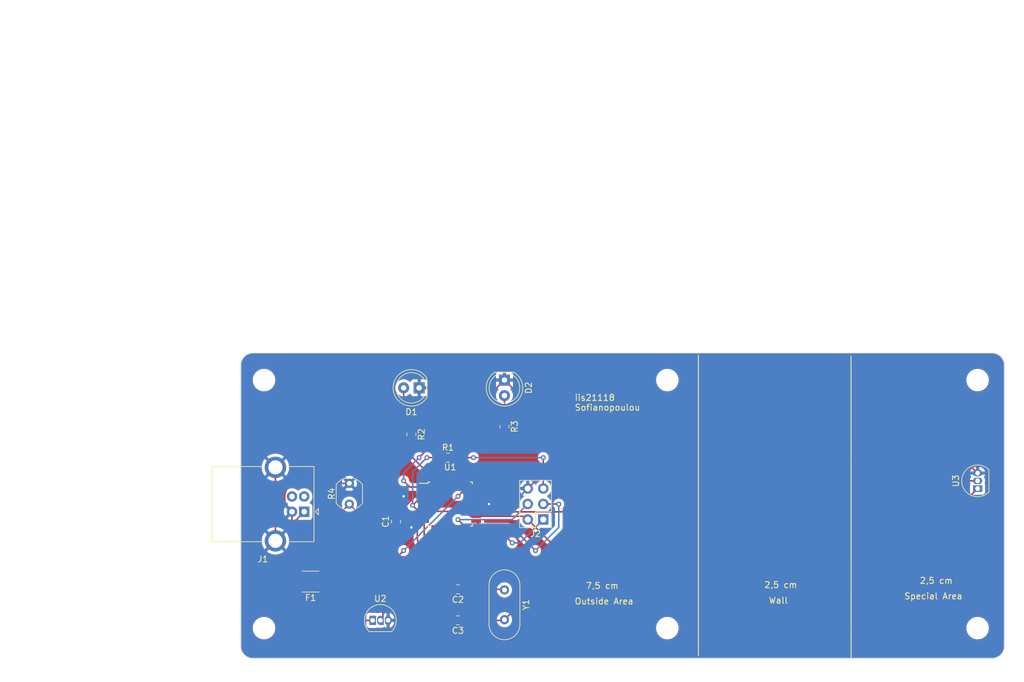
<source format=kicad_pcb>
(kicad_pcb (version 20221018) (generator pcbnew)
  (layers (0 "F.Cu" signal) (31 "B.Cu" signal) (34 "B.Paste" user) (35 "F.Paste" user) (36 "B.SilkS" user "B.Silkscreen") (37 "F.SilkS" user "F.Silkscreen") (38 "B.Mask" user) (39 "F.Mask" user) (44 "Edge.Cuts" user))
  (net 0 "")
  (net 1 "VCC")
  (net 2 "GND")
  (net 3 "Net-(U1-XTAL1{slash}PB6)")
  (net 4 "Net-(U1-XTAL2{slash}PB7)")
  (net 5 "Net-(D1-A)")
  (net 6 "Net-(D2-A)")
  (net 7 "Net-(J1-VBUS)")
  (net 10 "Net-(J2-Pin_1)")
  (net 11 "Net-(J2-Pin_3)")
  (net 12 "Net-(J2-Pin_4)")
  (net 13 "/RESET")
  (net 14 "Net-(U1-PD2)")
  (net 15 "Net-(U1-PD3)")
  (net 26 "Net-(U1-PC0)")
  (net 27 "Net-(U1-PC1)")
  (footprint "Fiducial:Fiducial_1mm_Mask2mm" (layer "F.Cu") (at 114.3 66.04)
    (fp_text reference "FID1" hide)
    (fp_text value "Fiducial")
    (pad "" smd circle (at 0 0) (size 1 1) (layers "F.Cu" "F.Mask") (clearance 0.5))
  )
  (footprint "MountingHole:MountingHole_3.2mm_M3" (layer "F.Cu") (at 175.26 68.58)
    (fp_text reference "H3" hide)
    (fp_text value "MountingHole")
    (pad "" np_thru_hole circle (at 0 0) (size 3.2 3.2) (drill 3.2) (layers "*.Cu" "*.Mask"))
  )
  (footprint "Fiducial:Fiducial_1mm_Mask2mm" (layer "F.Cu") (at 114.3 111.76)
    (fp_text reference "FID2" hide)
    (fp_text value "Fiducial")
    (pad "" smd circle (at 0 0) (size 1 1) (layers "F.Cu" "F.Mask") (clearance 0.5))
  )
  (footprint "LED_THT:LED_D5.0mm" (layer "F.Cu") (at 148.59 68.58 -90)
    (fp_text reference "D2" (at 1.27 -3.96 90) (layer "F.SilkS"))
    (fp_text value "GREEN")
    (fp_line (start -1.29 -1.545) (end -1.29 1.545) (stroke (width 0.12)) (layer "F.SilkS"))
    (fp_arc (start -1.29 -1.54483) (mid 2.072002 -2.880433) (end 4.26 0.000462) (stroke (width 0.12)) (layer "F.SilkS"))
    (fp_arc (start 4.26 -0.000462) (mid 2.072002 2.880433) (end -1.29 1.54483) (stroke (width 0.12)) (layer "F.SilkS"))
    (fp_circle (center 1.27 0) (end 3.77 0) (stroke (width 0.12)) (fill none) (layer "F.SilkS"))
    (pad "1" thru_hole rect (at 0 0 270) (size 1.8 1.8) (drill 0.9) (layers "*.Cu" "*.Mask") (net 2 "GND"))
    (pad "2" thru_hole circle (at 2.54 0 270) (size 1.8 1.8) (drill 0.9) (layers "*.Cu" "*.Mask") (net 6 "Net-(D2-A)"))
  )
  (footprint "MountingHole:MountingHole_3.2mm_M3" (layer "F.Cu") (at 226.06 68.58)
    (fp_text reference "H5" hide)
    (fp_text value "MountingHole")
    (pad "" np_thru_hole circle (at 0 0) (size 3.2 3.2) (drill 3.2) (layers "*.Cu" "*.Mask"))
  )
  (footprint "MountingHole:MountingHole_3.2mm_M3" (layer "F.Cu") (at 226.06 109.22)
    (fp_text reference "H6" hide)
    (fp_text value "MountingHole")
    (pad "" np_thru_hole circle (at 0 0) (size 3.2 3.2) (drill 3.2) (layers "*.Cu" "*.Mask"))
  )
  (footprint "Capacitor_SMD:C_0805_2012Metric" (layer "F.Cu") (at 140.97 107.95 180)
    (fp_text reference "C3" (at 0 -1.68) (layer "F.SilkS"))
    (fp_text value "22pF")
    (fp_line (start -0.261252 -0.735) (end 0.261252 -0.735) (stroke (width 0.12)) (layer "F.SilkS"))
    (fp_line (start -0.261252 0.735) (end 0.261252 0.735) (stroke (width 0.12)) (layer "F.SilkS"))
    (pad "1" smd roundrect (at -0.95 0 180) (size 1 1.45) (layers "F.Cu" "F.Paste" "F.Mask") (net 4 "Net-(U1-XTAL2{slash}PB7)"))
    (pad "2" smd roundrect (at 0.95 0 180) (size 1 1.45) (layers "F.Cu" "F.Paste" "F.Mask") (net 2 "GND"))
  )
  (footprint "Fiducial:Fiducial_1mm_Mask2mm" (layer "F.Cu") (at 170.18 111.76)
    (fp_text reference "FID4" hide)
    (fp_text value "Fiducial")
    (pad "" smd circle (at 0 0) (size 1 1) (layers "F.Cu" "F.Mask") (clearance 0.5))
  )
  (footprint "Package_TO_SOT_THT:TO-92_Inline" (layer "F.Cu") (at 226.06 86.36 90)
    (fp_text reference "U3" (at 1.27 -3.56 90) (layer "F.SilkS"))
    (fp_text value "TSIC306-TO92")
    (fp_line (start -0.53 1.85) (end 3.07 1.85) (stroke (width 0.12)) (layer "F.SilkS"))
    (fp_arc (start -0.568478 1.838478) (mid -1.132087 -0.994977) (end 1.27 -2.6) (stroke (width 0.12)) (layer "F.SilkS"))
    (fp_arc (start 1.27 -2.6) (mid 3.672087 -0.994977) (end 3.108478 1.838478) (stroke (width 0.12)) (layer "F.SilkS"))
    (pad "1" thru_hole rect (at 0 0 90) (size 1.05 1.5) (drill 0.75) (layers "*.Cu" "*.Mask") (net 1 "VCC"))
    (pad "2" thru_hole oval (at 1.27 0 90) (size 1.05 1.5) (drill 0.75) (layers "*.Cu" "*.Mask") (net 27 "Net-(U1-PC1)"))
    (pad "3" thru_hole oval (at 2.54 0 90) (size 1.05 1.5) (drill 0.75) (layers "*.Cu" "*.Mask") (net 2 "GND"))
  )
  (footprint "Connector_USB:USB_B_OST_USB-B1HSxx_Horizontal" (layer "F.Cu") (at 115.7975 90.15 180)
    (fp_text reference "J1" (at 6.76 -7.77) (layer "F.SilkS"))
    (fp_text value "USB_B")
    (fp_line (start -2.32 -0.5) (end -2.32 0.5) (stroke (width 0.12)) (layer "F.SilkS"))
    (fp_line (start -2.32 0.5) (end -1.82 0) (stroke (width 0.12)) (layer "F.SilkS"))
    (fp_line (start -1.82 0) (end -2.32 -0.5) (stroke (width 0.12)) (layer "F.SilkS"))
    (fp_line (start -1.6 -4.91) (end -1.6 7.41) (stroke (width 0.12)) (layer "F.SilkS"))
    (fp_line (start -1.6 7.41) (end 2.66 7.41) (stroke (width 0.12)) (layer "F.SilkS"))
    (fp_line (start 2.66 -4.91) (end -1.6 -4.91) (stroke (width 0.12)) (layer "F.SilkS"))
    (fp_line (start 6.76 -4.91) (end 15.12 -4.91) (stroke (width 0.12)) (layer "F.SilkS"))
    (fp_line (start 15.12 -4.91) (end 15.12 7.41) (stroke (width 0.12)) (layer "F.SilkS"))
    (fp_line (start 15.12 7.41) (end 6.76 7.41) (stroke (width 0.12)) (layer "F.SilkS"))
    (pad "1" thru_hole rect (at 0 0 180) (size 1.7 1.7) (drill 0.92) (layers "*.Cu" "*.Mask") (net 7 "Net-(J1-VBUS)"))
    (pad "2" thru_hole circle (at 0 2.5 180) (size 1.7 1.7) (drill 0.92) (layers "*.Cu" "*.Mask"))
    (pad "3" thru_hole circle (at 2 2.5 180) (size 1.7 1.7) (drill 0.92) (layers "*.Cu" "*.Mask"))
    (pad "4" thru_hole circle (at 2 0 180) (size 1.7 1.7) (drill 0.92) (layers "*.Cu" "*.Mask") (net 2 "GND"))
    (pad "5" thru_hole circle (at 4.71 -4.77 180) (size 3.5 3.5) (drill 2.33) (layers "*.Cu" "*.Mask") (net 2 "GND"))
    (pad "5" thru_hole circle (at 4.71 7.27 180) (size 3.5 3.5) (drill 2.33) (layers "*.Cu" "*.Mask") (net 2 "GND"))
  )
  (footprint "Capacitor_SMD:C_0805_2012Metric" (layer "F.Cu") (at 140.97 102.87 180)
    (fp_text reference "C2" (at 0 -1.68) (layer "F.SilkS"))
    (fp_text value "22pF")
    (fp_line (start -0.261252 -0.735) (end 0.261252 -0.735) (stroke (width 0.12)) (layer "F.SilkS"))
    (fp_line (start -0.261252 0.735) (end 0.261252 0.735) (stroke (width 0.12)) (layer "F.SilkS"))
    (pad "1" smd roundrect (at -0.95 0 180) (size 1 1.45) (layers "F.Cu" "F.Paste" "F.Mask") (net 3 "Net-(U1-XTAL1{slash}PB6)"))
    (pad "2" smd roundrect (at 0.95 0 180) (size 1 1.45) (layers "F.Cu" "F.Paste" "F.Mask") (net 2 "GND"))
  )
  (footprint "Resistor_SMD:R_0805_2012Metric" (layer "F.Cu") (at 133.35 77.47 -90)
    (fp_text reference "R2" (at 0 -1.65 90) (layer "F.SilkS"))
    (fp_text value "150R")
    (fp_line (start -0.227064 -0.735) (end 0.227064 -0.735) (stroke (width 0.12)) (layer "F.SilkS"))
    (fp_line (start -0.227064 0.735) (end 0.227064 0.735) (stroke (width 0.12)) (layer "F.SilkS"))
    (pad "1" smd roundrect (at -0.9125 0 270) (size 1.025 1.4) (layers "F.Cu" "F.Paste" "F.Mask") (roundrect_rratio 0.243902) (net 5 "Net-(D1-A)"))
    (pad "2" smd roundrect (at 0.9125 0 270) (size 1.025 1.4) (layers "F.Cu" "F.Paste" "F.Mask") (roundrect_rratio 0.243902) (net 14 "Net-(U1-PD2)"))
  )
  (footprint "LED_THT:LED_D5.0mm" (layer "F.Cu") (at 134.62 69.85 180)
    (fp_text reference "D1" (at 1.27 -3.96) (layer "F.SilkS"))
    (fp_text value "RED")
    (fp_line (start -1.29 -1.545) (end -1.29 1.545) (stroke (width 0.12)) (layer "F.SilkS"))
    (fp_arc (start -1.29 -1.54483) (mid 2.072002 -2.880433) (end 4.26 0.000462) (stroke (width 0.12)) (layer "F.SilkS"))
    (fp_arc (start 4.26 -0.000462) (mid 2.072002 2.880433) (end -1.29 1.54483) (stroke (width 0.12)) (layer "F.SilkS"))
    (fp_circle (center 1.27 0) (end 3.77 0) (stroke (width 0.12)) (fill none) (layer "F.SilkS"))
    (pad "1" thru_hole rect (at 0 0 180) (size 1.8 1.8) (drill 0.9) (layers "*.Cu" "*.Mask") (net 2 "GND"))
    (pad "2" thru_hole circle (at 2.54 0 180) (size 1.8 1.8) (drill 0.9) (layers "*.Cu" "*.Mask") (net 5 "Net-(D1-A)"))
  )
  (footprint "MountingHole:MountingHole_3.2mm_M3" (layer "F.Cu") (at 109.22 109.22)
    (fp_text reference "H2" hide)
    (fp_text value "MountingHole")
    (pad "" np_thru_hole circle (at 0 0) (size 3.2 3.2) (drill 3.2) (layers "*.Cu" "*.Mask"))
  )
  (footprint "Package_QFP:TQFP-32_7x7mm_P0.8mm" (layer "F.Cu") (at 139.7 88.9)
    (fp_text reference "U1" (at 0 -6.05) (layer "F.SilkS"))
    (fp_text value "ATmega328-A")
    (fp_line (start -3.625 -3.625) (end -3.625 -3.4) (stroke (width 0.15)) (layer "F.SilkS"))
    (fp_line (start -3.625 -3.625) (end -3.3 -3.625) (stroke (width 0.15)) (layer "F.SilkS"))
    (fp_line (start -3.625 -3.4) (end -5.05 -3.4) (stroke (width 0.15)) (layer "F.SilkS"))
    (fp_line (start -3.625 3.625) (end -3.625 3.3) (stroke (width 0.15)) (layer "F.SilkS"))
    (fp_line (start -3.625 3.625) (end -3.3 3.625) (stroke (width 0.15)) (layer "F.SilkS"))
    (fp_line (start 3.625 -3.625) (end 3.3 -3.625) (stroke (width 0.15)) (layer "F.SilkS"))
    (fp_line (start 3.625 -3.625) (end 3.625 -3.3) (stroke (width 0.15)) (layer "F.SilkS"))
    (fp_line (start 3.625 3.625) (end 3.3 3.625) (stroke (width 0.15)) (layer "F.SilkS"))
    (fp_line (start 3.625 3.625) (end 3.625 3.3) (stroke (width 0.15)) (layer "F.SilkS"))
    (pad "1" smd rect (at -4.25 -2.8) (size 1.6 0.55) (layers "F.Cu" "F.Paste" "F.Mask") (net 15 "Net-(U1-PD3)"))
    (pad "2" smd rect (at -4.25 -2) (size 1.6 0.55) (layers "F.Cu" "F.Paste" "F.Mask"))
    (pad "3" smd rect (at -4.25 -1.2) (size 1.6 0.55) (layers "F.Cu" "F.Paste" "F.Mask") (net 2 "GND"))
    (pad "4" smd rect (at -4.25 -0.4) (size 1.6 0.55) (layers "F.Cu" "F.Paste" "F.Mask") (net 1 "VCC"))
    (pad "5" smd rect (at -4.25 0.4) (size 1.6 0.55) (layers "F.Cu" "F.Paste" "F.Mask") (net 2 "GND"))
    (pad "6" smd rect (at -4.25 1.2) (size 1.6 0.55) (layers "F.Cu" "F.Paste" "F.Mask") (net 1 "VCC"))
    (pad "7" smd rect (at -4.25 2) (size 1.6 0.55) (layers "F.Cu" "F.Paste" "F.Mask") (net 3 "Net-(U1-XTAL1{slash}PB6)"))
    (pad "8" smd rect (at -4.25 2.8) (size 1.6 0.55) (layers "F.Cu" "F.Paste" "F.Mask") (net 4 "Net-(U1-XTAL2{slash}PB7)"))
    (pad "9" smd rect (at -2.8 4.25 90) (size 1.6 0.55) (layers "F.Cu" "F.Paste" "F.Mask"))
    (pad "10" smd rect (at -2 4.25 90) (size 1.6 0.55) (layers "F.Cu" "F.Paste" "F.Mask"))
    (pad "11" smd rect (at -1.2 4.25 90) (size 1.6 0.55) (layers "F.Cu" "F.Paste" "F.Mask"))
    (pad "12" smd rect (at -0.4 4.25 90) (size 1.6 0.55) (layers "F.Cu" "F.Paste" "F.Mask"))
    (pad "13" smd rect (at 0.4 4.25 90) (size 1.6 0.55) (layers "F.Cu" "F.Paste" "F.Mask"))
    (pad "14" smd rect (at 1.2 4.25 90) (size 1.6 0.55) (layers "F.Cu" "F.Paste" "F.Mask"))
    (pad "15" smd rect (at 2 4.25 90) (size 1.6 0.55) (layers "F.Cu" "F.Paste" "F.Mask") (net 12 "Net-(J2-Pin_4)"))
    (pad "16" smd rect (at 2.8 4.25 90) (size 1.6 0.55) (layers "F.Cu" "F.Paste" "F.Mask") (net 10 "Net-(J2-Pin_1)"))
    (pad "17" smd rect (at 4.25 2.8) (size 1.6 0.55) (layers "F.Cu" "F.Paste" "F.Mask") (net 11 "Net-(J2-Pin_3)"))
    (pad "18" smd rect (at 4.25 2) (size 1.6 0.55) (layers "F.Cu" "F.Paste" "F.Mask") (net 1 "VCC"))
    (pad "19" smd rect (at 4.25 1.2) (size 1.6 0.55) (layers "F.Cu" "F.Paste" "F.Mask"))
    (pad "20" smd rect (at 4.25 0.4) (size 1.6 0.55) (layers "F.Cu" "F.Paste" "F.Mask"))
    (pad "21" smd rect (at 4.25 -0.4) (size 1.6 0.55) (layers "F.Cu" "F.Paste" "F.Mask") (net 2 "GND"))
    (pad "22" smd rect (at 4.25 -1.2) (size 1.6 0.55) (layers "F.Cu" "F.Paste" "F.Mask"))
    (pad "23" smd rect (at 4.25 -2) (size 1.6 0.55) (layers "F.Cu" "F.Paste" "F.Mask") (net 26 "Net-(U1-PC0)"))
    (pad "24" smd rect (at 4.25 -2.8) (size 1.6 0.55) (layers "F.Cu" "F.Paste" "F.Mask") (net 27 "Net-(U1-PC1)"))
    (pad "25" smd rect (at 2.8 -4.25 90) (size 1.6 0.55) (layers "F.Cu" "F.Paste" "F.Mask"))
    (pad "26" smd rect (at 2 -4.25 90) (size 1.6 0.55) (layers "F.Cu" "F.Paste" "F.Mask"))
    (pad "27" smd rect (at 1.2 -4.25 90) (size 1.6 0.55) (layers "F.Cu" "F.Paste" "F.Mask"))
    (pad "28" smd rect (at 0.4 -4.25 90) (size 1.6 0.55) (layers "F.Cu" "F.Paste" "F.Mask"))
    (pad "29" smd rect (at -0.4 -4.25 90) (size 1.6 0.55) (layers "F.Cu" "F.Paste" "F.Mask") (net 13 "/RESET"))
    (pad "30" smd rect (at -1.2 -4.25 90) (size 1.6 0.55) (layers "F.Cu" "F.Paste" "F.Mask"))
    (pad "31" smd rect (at -2 -4.25 90) (size 1.6 0.55) (layers "F.Cu" "F.Paste" "F.Mask"))
    (pad "32" smd rect (at -2.8 -4.25 90) (size 1.6 0.55) (layers "F.Cu" "F.Paste" "F.Mask") (net 14 "Net-(U1-PD2)"))
  )
  (footprint "Package_TO_SOT_THT:TO-92_Inline" (layer "F.Cu") (at 127 107.95)
    (fp_text reference "U2" (at 1.27 -3.56) (layer "F.SilkS"))
    (fp_text value "TSIC306-TO92")
    (fp_line (start -0.53 1.85) (end 3.07 1.85) (stroke (width 0.12)) (layer "F.SilkS"))
    (fp_arc (start -0.568478 1.838478) (mid -1.132087 -0.994977) (end 1.27 -2.6) (stroke (width 0.12)) (layer "F.SilkS"))
    (fp_arc (start 1.27 -2.6) (mid 3.672087 -0.994977) (end 3.108478 1.838478) (stroke (width 0.12)) (layer "F.SilkS"))
    (pad "1" thru_hole rect (at 0 0) (size 1.05 1.5) (drill 0.75) (layers "*.Cu" "*.Mask") (net 1 "VCC"))
    (pad "2" thru_hole oval (at 1.27 0) (size 1.05 1.5) (drill 0.75) (layers "*.Cu" "*.Mask") (net 26 "Net-(U1-PC0)"))
    (pad "3" thru_hole oval (at 2.54 0) (size 1.05 1.5) (drill 0.75) (layers "*.Cu" "*.Mask") (net 2 "GND"))
  )
  (footprint "Fiducial:Fiducial_1mm_Mask2mm" (layer "F.Cu") (at 170.18 66.04)
    (fp_text reference "FID3" hide)
    (fp_text value "Fiducial")
    (pad "" smd circle (at 0 0) (size 1 1) (layers "F.Cu" "F.Mask") (clearance 0.5))
  )
  (footprint "Resistor_SMD:R_0805_2012Metric" (layer "F.Cu") (at 148.59 76.2 -90)
    (fp_text reference "R3" (at 0 -1.65 90) (layer "F.SilkS"))
    (fp_text value "150R")
    (fp_line (start -0.227064 -0.735) (end 0.227064 -0.735) (stroke (width 0.12)) (layer "F.SilkS"))
    (fp_line (start -0.227064 0.735) (end 0.227064 0.735) (stroke (width 0.12)) (layer "F.SilkS"))
    (pad "1" smd roundrect (at -0.9125 0 270) (size 1.025 1.4) (layers "F.Cu" "F.Paste" "F.Mask") (roundrect_rratio 0.243902) (net 6 "Net-(D2-A)"))
    (pad "2" smd roundrect (at 0.9125 0 270) (size 1.025 1.4) (layers "F.Cu" "F.Paste" "F.Mask") (roundrect_rratio 0.243902) (net 15 "Net-(U1-PD3)"))
  )
  (footprint "Fuse:Fuse_1812_4532Metric" (layer "F.Cu") (at 116.84 101.6 180)
    (fp_text reference "F1" (at 0 -2.65) (layer "F.SilkS"))
    (fp_text value "Fuse")
    (fp_line (start -1.386252 -1.71) (end 1.386252 -1.71) (stroke (width 0.12)) (layer "F.SilkS"))
    (fp_line (start -1.386252 1.71) (end 1.386252 1.71) (stroke (width 0.12)) (layer "F.SilkS"))
    (pad "1" smd roundrect (at -2.1375 0 180) (size 1.125 3.4) (layers "F.Cu" "F.Paste" "F.Mask") (roundrect_rratio 0.222222) (net 1 "VCC"))
    (pad "2" smd roundrect (at 2.1375 0 180) (size 1.125 3.4) (layers "F.Cu" "F.Paste" "F.Mask") (roundrect_rratio 0.222222) (net 7 "Net-(J1-VBUS)"))
  )
  (footprint "Connector_PinHeader_2.54mm:PinHeader_2x03_P2.54mm_Vertical" (layer "F.Cu") (at 154.945 91.425 180)
    (fp_text reference "J2" (at 1.27 -2.33) (layer "F.SilkS"))
    (fp_text value "Conn_02x03_Odd_Even")
    (fp_line (start -1.33 -1.33) (end 0 -1.33) (stroke (width 0.12)) (layer "F.SilkS"))
    (fp_line (start -1.33 0) (end -1.33 -1.33) (stroke (width 0.12)) (layer "F.SilkS"))
    (fp_line (start -1.33 1.27) (end -1.33 6.41) (stroke (width 0.12)) (layer "F.SilkS"))
    (fp_line (start -1.33 1.27) (end 1.27 1.27) (stroke (width 0.12)) (layer "F.SilkS"))
    (fp_line (start -1.33 6.41) (end 3.87 6.41) (stroke (width 0.12)) (layer "F.SilkS"))
    (fp_line (start 1.27 -1.33) (end 3.87 -1.33) (stroke (width 0.12)) (layer "F.SilkS"))
    (fp_line (start 1.27 1.27) (end 1.27 -1.33) (stroke (width 0.12)) (layer "F.SilkS"))
    (fp_line (start 3.87 -1.33) (end 3.87 6.41) (stroke (width 0.12)) (layer "F.SilkS"))
    (pad "1" thru_hole rect (at 0 0 180) (size 1.7 1.7) (drill 1) (layers "*.Cu" "*.Mask") (net 10 "Net-(J2-Pin_1)"))
    (pad "2" thru_hole oval (at 2.54 0 180) (size 1.7 1.7) (drill 1) (layers "*.Cu" "*.Mask") (net 1 "VCC"))
    (pad "3" thru_hole oval (at 0 2.54 180) (size 1.7 1.7) (drill 1) (layers "*.Cu" "*.Mask") (net 11 "Net-(J2-Pin_3)"))
    (pad "4" thru_hole oval (at 2.54 2.54 180) (size 1.7 1.7) (drill 1) (layers "*.Cu" "*.Mask") (net 12 "Net-(J2-Pin_4)"))
    (pad "5" thru_hole oval (at 0 5.08 180) (size 1.7 1.7) (drill 1) (layers "*.Cu" "*.Mask") (net 13 "/RESET"))
    (pad "6" thru_hole oval (at 2.54 5.08 180) (size 1.7 1.7) (drill 1) (layers "*.Cu" "*.Mask") (net 2 "GND"))
  )
  (footprint "MountingHole:MountingHole_3.2mm_M3" (layer "F.Cu") (at 175.26 109.22)
    (fp_text reference "H4" hide)
    (fp_text value "MountingHole")
    (pad "" np_thru_hole circle (at 0 0) (size 3.2 3.2) (drill 3.2) (layers "*.Cu" "*.Mask"))
  )
  (footprint "MountingHole:MountingHole_3.2mm_M3" (layer "F.Cu") (at 109.22 68.58)
    (fp_text reference "H1" hide)
    (fp_text value "MountingHole" hide)
    (pad "" np_thru_hole circle (at 0 0) (size 3.2 3.2) (drill 3.2) (layers "*.Cu" "*.Mask"))
  )
  (footprint "Resistor_SMD:R_0805_2012Metric" (layer "F.Cu") (at 139.3425 81.28)
    (fp_text reference "R1" (at 0 -1.65) (layer "F.SilkS"))
    (fp_text value "10K")
    (fp_line (start -0.227064 -0.735) (end 0.227064 -0.735) (stroke (width 0.12)) (layer "F.SilkS"))
    (fp_line (start -0.227064 0.735) (end 0.227064 0.735) (stroke (width 0.12)) (layer "F.SilkS"))
    (pad "1" smd roundrect (at -0.9125 0) (size 1.025 1.4) (layers "F.Cu" "F.Paste" "F.Mask") (roundrect_rratio 0.243902) (net 1 "VCC"))
    (pad "2" smd roundrect (at 0.9125 0) (size 1.025 1.4) (layers "F.Cu" "F.Paste" "F.Mask") (roundrect_rratio 0.243902) (net 13 "/RESET"))
  )
  (footprint "Crystal:Crystal_HC49-4H_Vertical" (layer "F.Cu") (at 148.59 102.96 -90)
    (fp_text reference "Y1" (at 2.44 -3.525 90) (layer "F.SilkS"))
    (fp_text value "16mhZ")
    (fp_line (start -0.76 -2.525) (end 5.64 -2.525) (stroke (width 0.12)) (layer "F.SilkS"))
    (fp_line (start -0.76 2.525) (end 5.64 2.525) (stroke (width 0.12)) (layer "F.SilkS"))
    (fp_arc (start -0.76 2.525) (mid -3.285 0) (end -0.76 -2.525) (stroke (width 0.12)) (layer "F.SilkS"))
    (fp_arc (start 5.64 -2.525) (mid 8.165 0) (end 5.64 2.525) (stroke (width 0.12)) (layer "F.SilkS"))
    (pad "1" thru_hole circle (at 0 0 270) (size 1.5 1.5) (drill 0.8) (layers "*.Cu" "*.Mask") (net 3 "Net-(U1-XTAL1{slash}PB6)"))
    (pad "2" thru_hole circle (at 4.88 0 270) (size 1.5 1.5) (drill 0.8) (layers "*.Cu" "*.Mask") (net 4 "Net-(U1-XTAL2{slash}PB7)"))
  )
  (footprint "Capacitor_SMD:C_0805_2012Metric" (layer "F.Cu") (at 130.81 91.76 90)
    (fp_text reference "C1" (at 0 -1.68 90) (layer "F.SilkS"))
    (fp_text value "100nF")
    (fp_line (start -0.261252 -0.735) (end 0.261252 -0.735) (stroke (width 0.12)) (layer "F.SilkS"))
    (fp_line (start -0.261252 0.735) (end 0.261252 0.735) (stroke (width 0.12)) (layer "F.SilkS"))
    (pad "1" smd roundrect (at -0.95 0 90) (size 1 1.45) (layers "F.Cu" "F.Paste" "F.Mask") (net 1 "VCC"))
    (pad "2" smd roundrect (at 0.95 0 90) (size 1 1.45) (layers "F.Cu" "F.Paste" "F.Mask") (net 2 "GND"))
  )
  (footprint "Fiducial:Fiducial_1mm_Mask2mm" (layer "F.Cu") (at 220.98 111.76)
    (fp_text reference "FID6" hide)
    (fp_text value "Fiducial")
    (pad "" smd circle (at 0 0) (size 1 1) (layers "F.Cu" "F.Mask") (clearance 0.5))
  )
  (footprint "OptoDevice:R_LDR_5.1x4.3mm_P3.4mm_Vertical" (layer "F.Cu") (at 123.19 88.9 90)
    (fp_text reference "R4" (at 1.7 -2.9 90) (layer "F.SilkS"))
    (fp_text value "R_Photo")
    (fp_line (start 0.15 -2.15) (end 3.2 -2.15) (stroke (width 0.12)) (layer "F.SilkS"))
    (fp_line (start 0.15 2.15) (end 3.2 2.15) (stroke (width 0.12)) (layer "F.SilkS"))
    (fp_arc (start 0.15 2.15) (mid -0.950438 -0.013368) (end 0.171766 -2.165525) (stroke (width 0.12)) (layer "F.SilkS"))
    (fp_arc (start 3.2 -2.15) (mid 4.321403 -0.027338) (end 3.244513 2.118249) (stroke (width 0.12)) (layer "F.SilkS"))
    (pad "1" thru_hole circle (at 0 0 90) (size 1.5 1.5) (drill 0.8) (layers "*.Cu" "*.Mask") (net 1 "VCC"))
    (pad "2" thru_hole circle (at 3.4 0 90) (size 1.5 1.5) (drill 0.8) (layers "*.Cu" "*.Mask") (net 2 "GND"))
  )
  (footprint "Fiducial:Fiducial_1mm_Mask2mm" (layer "F.Cu") (at 220.98 66.04)
    (fp_text reference "FID5" hide)
    (fp_text value "Fiducial")
    (pad "" smd circle (at 0 0) (size 1 1) (layers "F.Cu" "F.Mask") (clearance 0.5))
  )
  (gr_line (start 180.341945 95.526534) (end 180.339487 113.705187) (stroke (width 0.15)) (layer "F.SilkS"))
  (gr_line (start 205.342881 80.040964) (end 205.34033 64.628026) (stroke (width 0.15)) (layer "F.SilkS"))
  (gr_line (start 205.346771 111.074032) (end 205.346771 114.025868) (stroke (width 0.15)) (layer "F.SilkS"))
  (gr_line (start 205.346771 111.074032) (end 205.342881 80.040964) (stroke (width 0.15)) (layer "F.SilkS"))
  (gr_line (start 180.341945 95.526534) (end 180.338055 64.493466) (stroke (width 0.15)) (layer "F.SilkS"))
  (gr_arc (start 107.426827 114.158026) (mid 106.012613 113.57224) (end 105.426827 112.158026) (stroke (width 0.1)) (layer "Edge.Cuts"))
  (gr_arc (start 228.426827 64.158026) (mid 229.841023 64.743822) (end 230.426827 66.158026) (stroke (width 0.1)) (layer "Edge.Cuts"))
  (gr_line (start 107.426827 64.158026) (end 228.426827 64.158026) (stroke (width 0.1)) (layer "Edge.Cuts"))
  (gr_arc (start 105.426827 66.158026) (mid 106.012613 64.743812) (end 107.426827 64.158026) (stroke (width 0.1)) (layer "Edge.Cuts"))
  (gr_line (start 105.426827 112.158026) (end 105.426827 66.158026) (stroke (width 0.1)) (layer "Edge.Cuts"))
  (gr_arc (start 230.426827 112.158026) (mid 229.841042 113.572249) (end 228.426827 114.158026) (stroke (width 0.1)) (layer "Edge.Cuts"))
  (gr_rect (start 66.04 6.35) (end 66.04 6.35) (stroke (width 0.1)) (fill none) (layer "Edge.Cuts"))
  (gr_line (start 230.426827 66.158026) (end 230.426827 112.158026) (stroke (width 0.1)) (layer "Edge.Cuts"))
  (gr_line (start 228.426827 114.158026) (end 107.426827 114.158026) (stroke (width 0.1)) (layer "Edge.Cuts"))
  (gr_text "2,5 cm\n" (at 216.520046 102.028488) (layer "F.SilkS") (effects (font (size 1 1)) (justify left bottom)))
  (gr_text "Special Area" (at 213.980046 104.568488) (layer "F.SilkS") (effects (font (size 1 1)) (justify left bottom)))
  (gr_text "2,5 cm" (at 191.056827 102.728026) (layer "F.SilkS") (effects (font (size 1 1)) (justify left bottom)))
  (gr_text "Outside Area" (at 160.02 105.41) (layer "F.SilkS") (effects (font (size 1 1)) (justify left bottom)))
  (gr_text "Wall" (at 191.788335 105.270889) (layer "F.SilkS") (effects (font (size 1 1)) (justify left bottom)))
  (gr_text "iis21118\nSofianopoulou" (at 160.02 73.66) (layer "F.SilkS") (effects (font (size 1 1)) (justify left bottom)))
  (gr_text "7,5 cm" (at 161.828492 102.867137) (layer "F.SilkS") (effects (font (size 1 1)) (justify left bottom)))
  (segment (start 134.55 90.1) (end 135.45 90.1) (width 0.25) (layer "F.Cu") (net 1))
  (segment (start 118.9775 101.6) (end 124.741714 107.364214) (width 0.25) (layer "F.Cu") (net 1))
  (segment (start 226.06 86.36) (end 215.760786 96.659214) (width 0.25) (layer "F.Cu") (net 1))
  (segment (start 133.42 90.1) (end 135.45 90.1) (width 0.25) (layer "F.Cu") (net 1))
  (segment (start 134.145306 88.5) (end 135.45 88.5) (width 0.25) (layer "F.Cu") (net 1))
  (segment (start 123.19 88.9) (end 126.414214 92.124214) (width 0.25) (layer "F.Cu") (net 1))
  (segment (start 130.81 92.71) (end 133.42 90.1) (width 0.25) (layer "F.Cu") (net 1))
  (segment (start 142.225 90.1) (end 143.025 90.9) (width 0.25) (layer "F.Cu") (net 1))
  (segment (start 214.346573 97.245) (end 159.053427 97.245) (width 0.25) (layer "F.Cu") (net 1))
  (segment (start 133.547653 89.097653) (end 134.145306 88.5) (width 0.25) (layer "F.Cu") (net 1))
  (segment (start 157.639213 96.659213) (end 152.405 91.425) (width 0.25) (layer "F.Cu") (net 1))
  (segment (start 143.025 90.9) (end 143.95 90.9) (width 0.25) (layer "F.Cu") (net 1))
  (segment (start 133.547653 89.097653) (end 134.55 90.1) (width 0.25) (layer "F.Cu") (net 1))
  (segment (start 127.828427 92.71) (end 130.81 92.71) (width 0.25) (layer "F.Cu") (net 1))
  (segment (start 143.95 90.9) (end 151.88 90.9) (width 0.25) (layer "F.Cu") (net 1))
  (segment (start 119.563287 92.526713) (end 123.19 88.9) (width 0.25) (layer "F.Cu") (net 1))
  (segment (start 138.43 81.28) (end 135.89 81.28) (width 0.25) (layer "F.Cu") (net 1))
  (segment (start 118.9775 101.6) (end 118.9775 93.940927) (width 0.25) (layer "F.Cu") (net 1))
  (segment (start 151.88 90.9) (end 152.405 91.425) (width 0.25) (layer "F.Cu") (net 1))
  (segment (start 126.155927 107.95) (end 127 107.95) (width 0.25) (layer "F.Cu") (net 1))
  (segment (start 135.45 90.1) (end 142.225 90.1) (width 0.25) (layer "F.Cu") (net 1))
  (via (at 133.547653 89.097653) (size 0.8) (drill 0.4) (layers "F.Cu" "B.Cu") (net 1))
  (via (at 135.89 81.28) (size 0.8) (drill 0.4) (layers "F.Cu" "B.Cu") (net 1))
  (arc (start 126.414214 92.124214) (mid 127.06306 92.557759) (end 127.828427 92.71) (width 0.25) (layer "F.Cu") (net 1))
  (arc (start 119.563287 92.526713) (mid 119.129741 93.17556) (end 118.9775 93.940927) (width 0.25) (layer "F.Cu") (net 1))
  (arc (start 159.053427 97.245) (mid 158.28806 97.092759) (end 157.639213 96.659213) (width 0.25) (layer "F.Cu") (net 1))
  (arc (start 215.760786 96.659214) (mid 215.11194 97.092759) (end 214.346573 97.245) (width 0.25) (layer "F.Cu") (net 1))
  (arc (start 124.741714 107.364214) (mid 125.39056 107.797759) (end 126.155927 107.95) (width 0.25) (layer "F.Cu") (net 1))
  (segment (start 133.547653 83.622347) (end 133.547653 89.097653) (width 0.25) (layer "B.Cu") (net 1))
  (segment (start 135.89 81.28) (end 133.547653 83.622347) (width 0.25) (layer "B.Cu") (net 1))
  (segment (start 153.67 78.74) (end 153.67 85.08) (width 0.25) (layer "F.Cu") (net 2))
  (segment (start 151.819213 71.809213) (end 148.59 68.58) (width 0.25) (layer "F.Cu") (net 2))
  (segment (start 113.7975 90.15) (end 113.208286 89.560786) (width 0.25) (layer "F.Cu") (net 2))
  (segment (start 129.54 107.95) (end 140.02 107.95) (width 0.25) (layer "F.Cu") (net 2))
  (segment (start 138.5 87.7) (end 139.3 88.5) (width 0.25) (layer "F.Cu") (net 2))
  (segment (start 114.718427 85.5) (end 123.19 85.5) (width 0.25) (layer "F.Cu") (net 2))
  (segment (start 222.795 80.555) (end 156.755 80.555) (width 0.25) (layer "F.Cu") (net 2))
  (segment (start 140.02 107.95) (end 140.02 102.87) (width 0.25) (layer "F.Cu") (net 2))
  (segment (start 111.0875 94.92) (end 113.211714 92.795786) (width 0.25) (layer "F.Cu") (net 2))
  (segment (start 133.92 87.7) (end 135.45 87.7) (width 0.25) (layer "F.Cu") (net 2))
  (segment (start 134.62 69.85) (end 147.32 69.85) (width 0.25) (layer "F.Cu") (net 2))
  (segment (start 130.81 90.81) (end 133.92 87.7) (width 0.25) (layer "F.Cu") (net 2))
  (segment (start 112.6225 88.146573) (end 112.6225 87.595927) (width 0.25) (layer "F.Cu") (net 2))
  (segment (start 136.5 87.7) (end 137.16 88.36) (width 0.25) (layer "F.Cu") (net 2))
  (segment (start 137.16 88.9) (end 136.76 89.3) (width 0.25) (layer "F.Cu") (net 2))
  (segment (start 139.3 88.5) (end 143.95 88.5) (width 0.25) (layer "F.Cu") (net 2))
  (segment (start 113.208287 86.181713) (end 113.304214 86.085786) (width 0.25) (layer "F.Cu") (net 2))
  (segment (start 137.16 88.36) (end 137.16 88.9) (width 0.25) (layer "F.Cu") (net 2))
  (segment (start 143.95 88.5) (end 145.65 88.5) (width 0.25) (layer "F.Cu") (net 2))
  (segment (start 140.02 102.87) (end 133.935786 96.785786) (width 0.25) (layer "F.Cu") (net 2))
  (segment (start 145.65 88.5) (end 146.05 88.9) (width 0.25) (layer "F.Cu") (net 2))
  (segment (start 152.405 86.345) (end 152.405 73.223427) (width 0.25) (layer "F.Cu") (net 2))
  (segment (start 147.32 69.85) (end 148.59 68.58) (width 0.25) (layer "F.Cu") (net 2))
  (segment (start 226.06 83.82) (end 222.795 80.555) (width 0.25) (layer "F.Cu") (net 2))
  (segment (start 132.08 87.63) (end 132.15 87.7) (width 0.25) (layer "F.Cu") (net 2))
  (segment (start 113.7975 91.381573) (end 113.7975 90.15) (width 0.25) (layer "F.Cu") (net 2))
  (segment (start 153.67 85.08) (end 152.405 86.345) (width 0.25) (layer "F.Cu") (net 2))
  (segment (start 133.35 95.371573) (end 133.35 92.71) (width 0.25) (layer "F.Cu") (net 2))
  (segment (start 135.45 87.7) (end 136.5 87.7) (width 0.25) (layer "F.Cu") (net 2))
  (segment (start 135.45 87.7) (end 138.5 87.7) (width 0.25) (layer "F.Cu") (net 2))
  (segment (start 132.15 87.7) (end 135.45 87.7) (width 0.25) (layer "F.Cu") (net 2))
  (segment (start 136.76 89.3) (end 135.45 89.3) (width 0.25) (layer "F.Cu") (net 2))
  (segment (start 129.328427 90.81) (end 130.81 90.81) (width 0.25) (layer "F.Cu") (net 2))
  (segment (start 154.94 78.74) (end 153.67 78.74) (width 0.25) (layer "F.Cu") (net 2))
  (segment (start 123.19 85.5) (end 127.914214 90.224214) (width 0.25) (layer "F.Cu") (net 2))
  (segment (start 111.0875 82.88) (end 111.0875 94.92) (width 0.25) (layer "F.Cu") (net 2))
  (segment (start 156.755 80.555) (end 154.94 78.74) (width 0.25) (layer "F.Cu") (net 2))
  (via (at 132.08 87.63) (size 0.8) (drill 0.4) (layers "F.Cu" "B.Cu") (net 2))
  (via (at 146.05 88.9) (size 0.8) (drill 0.4) (layers "F.Cu" "B.Cu") (net 2))
  (via (at 133.35 92.71) (size 0.8) (drill 0.4) (layers "F.Cu" "B.Cu") (net 2))
  (arc (start 152.405 73.223427) (mid 152.252759 72.45806) (end 151.819213 71.809213) (width 0.25) (layer "F.Cu") (net 2))
  (arc (start 112.6225 87.595927) (mid 112.774741 86.83056) (end 113.208287 86.181713) (width 0.25) (layer "F.Cu") (net 2))
  (arc (start 114.718427 85.5) (mid 113.95306 85.652241) (end 113.304214 86.085786) (width 0.25) (layer "F.Cu") (net 2))
  (arc (start 112.6225 88.146573) (mid 112.774741 88.91194) (end 113.208286 89.560786) (width 0.25) (layer "F.Cu") (net 2))
  (arc (start 113.7975 91.381573) (mid 113.645259 92.14694) (end 113.211714 92.795786) (width 0.25) (layer "F.Cu") (net 2))
  (arc (start 133.35 95.371573) (mid 133.502241 96.13694) (end 133.935786 96.785786) (width 0.25) (layer "F.Cu") (net 2))
  (arc (start 127.914214 90.224214) (mid 128.56306 90.657759) (end 129.328427 90.81) (width 0.25) (layer "F.Cu") (net 2))
  (segment (start 149.85 88.9) (end 152.405 86.345) (width 0.25) (layer "B.Cu") (net 2))
  (segment (start 133.35 92.71) (end 132.08 91.44) (width 0.25) (layer "B.Cu") (net 2))
  (segment (start 146.05 88.9) (end 149.85 88.9) (width 0.25) (layer "B.Cu") (net 2))
  (segment (start 132.08 91.44) (end 132.08 87.63) (width 0.25) (layer "B.Cu") (net 2))
  (segment (start 134.325 94.446573) (end 134.325 90.975) (width 0.25) (layer "F.Cu") (net 3))
  (segment (start 141.92 102.87) (end 148.5 102.87) (width 0.25) (layer "F.Cu") (net 3))
  (segment (start 141.92 102.87) (end 134.910786 95.860786) (width 0.25) (layer "F.Cu") (net 3))
  (segment (start 134.4 90.9) (end 135.45 90.9) (width 0.25) (layer "F.Cu") (net 3))
  (segment (start 148.5 102.87) (end 148.59 102.96) (width 0.25) (layer "F.Cu") (net 3))
  (segment (start 134.325 90.975) (end 134.4 90.9) (width 0.25) (layer "F.Cu") (net 3))
  (arc (start 134.910786 95.860786) (mid 134.477241 95.21194) (end 134.325 94.446573) (width 0.25) (layer "F.Cu") (net 3))
  (segment (start 135.45 93.981573) (end 135.45 91.7) (width 0.25) (layer "F.Cu") (net 4))
  (segment (start 151.814213 98.474213) (end 150.445786 97.105786) (width 0.25) (layer "F.Cu") (net 4))
  (segment (start 141.92 107.95) (end 148.48 107.95) (width 0.25) (layer "F.Cu") (net 4))
  (segment (start 136.574213 95.934213) (end 136.035786 95.395786) (width 0.25) (layer "F.Cu") (net 4))
  (segment (start 148.48 107.95) (end 148.59 107.84) (width 0.25) (layer "F.Cu") (net 4))
  (segment (start 152.4 103.201573) (end 152.4 99.888427) (width 0.25) (layer "F.Cu") (net 4))
  (segment (start 149.031573 96.52) (end 137.988427 96.52) (width 0.25) (layer "F.Cu") (net 4))
  (segment (start 148.59 107.84) (end 151.814214 104.615786) (width 0.25) (layer "F.Cu") (net 4))
  (arc (start 152.4 99.888427) (mid 152.247759 99.12306) (end 151.814213 98.474213) (width 0.25) (layer "F.Cu") (net 4))
  (arc (start 137.988427 96.52) (mid 137.22306 96.367759) (end 136.574213 95.934213) (width 0.25) (layer "F.Cu") (net 4))
  (arc (start 149.031573 96.52) (mid 149.79694 96.672241) (end 150.445786 97.105786) (width 0.25) (layer "F.Cu") (net 4))
  (arc (start 136.035786 95.395786) (mid 135.602241 94.74694) (end 135.45 93.981573) (width 0.25) (layer "F.Cu") (net 4))
  (arc (start 151.814214 104.615786) (mid 152.247759 103.96694) (end 152.4 103.201573) (width 0.25) (layer "F.Cu") (net 4))
  (segment (start 132.08 69.85) (end 132.08 74.459073) (width 0.25) (layer "F.Cu") (net 5))
  (segment (start 132.665787 75.873287) (end 133.35 76.5575) (width 0.25) (layer "F.Cu") (net 5))
  (arc (start 132.08 74.459073) (mid 132.232241 75.22444) (end 132.665787 75.873287) (width 0.25) (layer "F.Cu") (net 5))
  (segment (start 148.59 71.12) (end 148.59 75.2875) (width 0.25) (layer "F.Cu") (net 6))
  (segment (start 114.7025 101.6) (end 114.7025 91.245) (width 0.25) (layer "F.Cu") (net 7))
  (segment (start 114.7025 91.245) (end 115.7975 90.15) (width 0.25) (layer "F.Cu") (net 7))
  (segment (start 148.345787 93.735787) (end 149.86 95.25) (width 0.25) (layer "F.Cu") (net 10))
  (segment (start 142.5 93.15) (end 146.931573 93.15) (width 0.25) (layer "F.Cu") (net 10))
  (via (at 149.86 95.25) (size 0.8) (drill 0.4) (layers "F.Cu" "B.Cu") (net 10))
  (arc (start 148.345787 93.735787) (mid 147.69694 93.302241) (end 146.931573 93.15) (width 0.25) (layer "F.Cu") (net 10))
  (segment (start 151.12 95.25) (end 154.945 91.425) (width 0.25) (layer "B.Cu") (net 10))
  (segment (start 149.86 95.25) (end 151.12 95.25) (width 0.25) (layer "B.Cu") (net 10))
  (segment (start 157.48 88.9) (end 157.465 88.885) (width 0.25) (layer "F.Cu") (net 11))
  (segment (start 157.465 88.885) (end 154.945 88.885) (width 0.25) (layer "F.Cu") (net 11))
  (segment (start 150.335787 93.185787) (end 153.67 96.52) (width 0.25) (layer "F.Cu") (net 11))
  (segment (start 145.678427 92.6) (end 148.921573 92.6) (width 0.25) (layer "F.Cu") (net 11))
  (segment (start 143.95 91.7) (end 144.264214 92.014214) (width 0.25) (layer "F.Cu") (net 11))
  (via (at 157.48 88.9) (size 0.8) (drill 0.4) (layers "F.Cu" "B.Cu") (net 11))
  (via (at 153.67 96.52) (size 0.8) (drill 0.4) (layers "F.Cu" "B.Cu") (net 11))
  (arc (start 150.335787 93.185787) (mid 149.68694 92.752241) (end 148.921573 92.6) (width 0.25) (layer "F.Cu") (net 11))
  (arc (start 144.264214 92.014214) (mid 144.91306 92.447759) (end 145.678427 92.6) (width 0.25) (layer "F.Cu") (net 11))
  (segment (start 153.67 96.52) (end 157.48 92.71) (width 0.25) (layer "B.Cu") (net 11))
  (segment (start 157.48 92.71) (end 157.48 88.9) (width 0.25) (layer "B.Cu") (net 11))
  (segment (start 141.7 93.15) (end 141.7 92.17) (width 0.25) (layer "F.Cu") (net 12))
  (segment (start 141.7 92.17) (end 140.97 91.44) (width 0.25) (layer "F.Cu") (net 12))
  (via (at 140.97 91.44) (size 0.8) (drill 0.4) (layers "F.Cu" "B.Cu") (net 12))
  (segment (start 140.97 91.44) (end 149.85 91.44) (width 0.25) (layer "B.Cu") (net 12))
  (segment (start 149.85 91.44) (end 152.405 88.885) (width 0.25) (layer "B.Cu") (net 12))
  (segment (start 154.945 81.285) (end 154.94 81.28) (width 0.25) (layer "F.Cu") (net 13))
  (segment (start 154.945 86.345) (end 154.945 81.285) (width 0.25) (layer "F.Cu") (net 13))
  (segment (start 143.51 81.28) (end 140.255 81.28) (width 0.25) (layer "F.Cu") (net 13))
  (segment (start 140.255 81.28) (end 139.3 82.235) (width 0.25) (layer "F.Cu") (net 13))
  (segment (start 139.3 82.235) (end 139.3 84.65) (width 0.25) (layer "F.Cu") (net 13))
  (via (at 143.51 81.28) (size 0.8) (drill 0.4) (layers "F.Cu" "B.Cu") (net 13))
  (via (at 154.94 81.28) (size 0.8) (drill 0.4) (layers "F.Cu" "B.Cu") (net 13))
  (segment (start 154.94 81.28) (end 143.51 81.28) (width 0.25) (layer "B.Cu") (net 13))
  (segment (start 133.935787 81.685787) (end 136.9 84.65) (width 0.25) (layer "F.Cu") (net 14))
  (segment (start 133.35 78.3825) (end 133.35 80.271573) (width 0.25) (layer "F.Cu") (net 14))
  (arc (start 133.935787 81.685787) (mid 133.502241 81.03694) (end 133.35 80.271573) (width 0.25) (layer "F.Cu") (net 14))
  (segment (start 132.08 85.09) (end 133.09 86.1) (width 0.25) (layer "F.Cu") (net 15))
  (segment (start 133.09 86.1) (end 135.45 86.1) (width 0.25) (layer "F.Cu") (net 15))
  (segment (start 148.59 77.1125) (end 139.615927 77.1125) (width 0.25) (layer "F.Cu") (net 15))
  (segment (start 138.201713 77.698287) (end 134.62 81.28) (width 0.25) (layer "F.Cu") (net 15))
  (via (at 134.62 81.28) (size 0.8) (drill 0.4) (layers "F.Cu" "B.Cu") (net 15))
  (via (at 132.08 85.09) (size 0.8) (drill 0.4) (layers "F.Cu" "B.Cu") (net 15))
  (arc (start 138.201713 77.698287) (mid 138.85056 77.264741) (end 139.615927 77.1125) (width 0.25) (layer "F.Cu") (net 15))
  (segment (start 134.62 81.28) (end 132.08 83.82) (width 0.25) (layer "B.Cu") (net 15))
  (segment (start 132.08 83.82) (end 132.08 85.09) (width 0.25) (layer "B.Cu") (net 15))
  (segment (start 129.275787 99.324213) (end 132.08 96.52) (width 0.25) (layer "F.Cu") (net 26))
  (segment (start 140.97 87.63) (end 141.7 86.9) (width 0.25) (layer "F.Cu") (net 26))
  (segment (start 128.27 108.175) (end 128.69 108.595) (width 0.25) (layer "F.Cu") (net 26))
  (segment (start 141.7 86.9) (end 143.95 86.9) (width 0.25) (layer "F.Cu") (net 26))
  (segment (start 128.69 108.595) (end 128.69 100.738427) (width 0.25) (layer "F.Cu") (net 26))
  (segment (start 128.27 107.95) (end 128.27 108.175) (width 0.25) (layer "F.Cu") (net 26))
  (via (at 132.08 96.52) (size 0.8) (drill 0.4) (layers "F.Cu" "B.Cu") (net 26))
  (via (at 140.97 87.63) (size 0.8) (drill 0.4) (layers "F.Cu" "B.Cu") (net 26))
  (arc (start 128.69 100.738427) (mid 128.842241 99.97306) (end 129.275787 99.324213) (width 0.25) (layer "F.Cu") (net 26))
  (segment (start 132.08 96.52) (end 140.97 87.63) (width 0.25) (layer "B.Cu") (net 26))
  (segment (start 157.721573 90.17) (end 149.773427 90.17) (width 0.25) (layer "F.Cu") (net 27))
  (segment (start 144.046573 86.1) (end 143.95 86.1) (width 0.25) (layer "F.Cu") (net 27))
  (segment (start 163.044213 85.675787) (end 159.135786 89.584214) (width 0.25) (layer "F.Cu") (net 27))
  (segment (start 226.06 85.09) (end 164.458427 85.09) (width 0.25) (layer "F.Cu") (net 27))
  (segment (start 148.359213 89.584213) (end 145.460786 86.685786) (width 0.25) (layer "F.Cu") (net 27))
  (arc (start 148.359213 89.584213) (mid 149.00806 90.017759) (end 149.773427 90.17) (width 0.25) (layer "F.Cu") (net 27))
  (arc (start 157.721573 90.17) (mid 158.48694 90.017759) (end 159.135786 89.584214) (width 0.25) (layer "F.Cu") (net 27))
  (arc (start 144.046573 86.1) (mid 144.81194 86.252241) (end 145.460786 86.685786) (width 0.25) (layer "F.Cu") (net 27))
  (arc (start 164.458427 85.09) (mid 163.69306 85.242241) (end 163.044213 85.675787) (width 0.25) (layer "F.Cu") (net 27))
  (zone (net 2) (net_name "GND") (layers "F&B.Cu") (connect_pads (clearance 0.5)) (min_thickness 0.25) (fill yes (thermal_gap 0.5) (thermal_bridge_width 0.5))
    (polygon (pts (xy 95.25 58.42) (xy 233.68 58.42) (xy 233.68 118.11) (xy 95.25 118.11)))
  )
)
</source>
